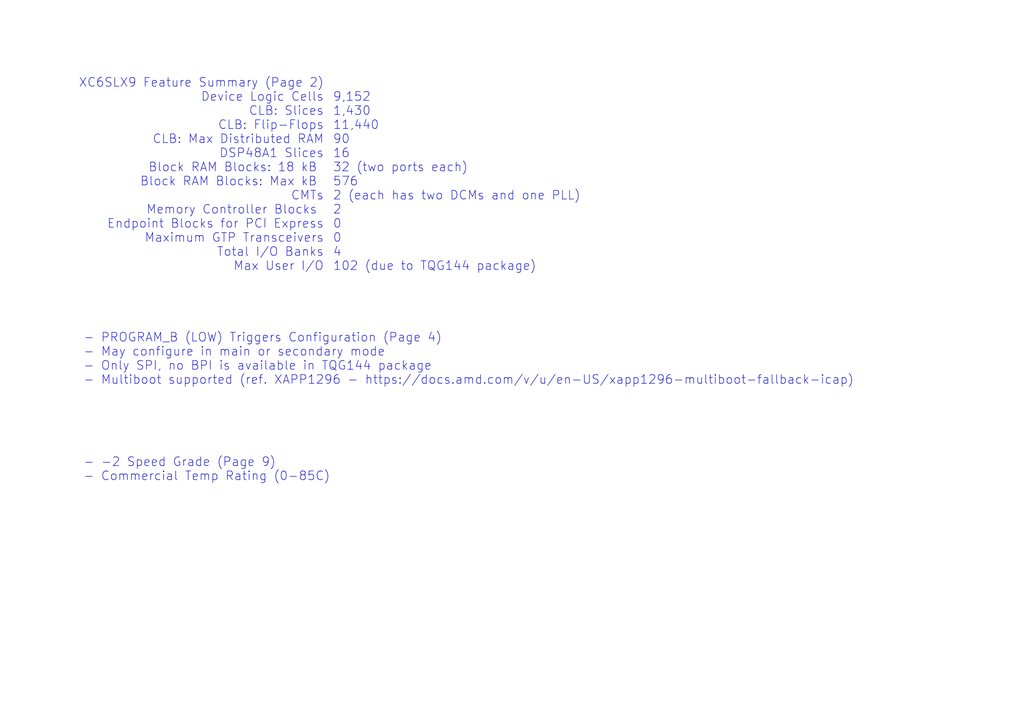
<source format=kicad_sch>
(kicad_sch (version 20230121) (generator eeschema)
  (paper "A4")
  (lib_symbols)
  (text "XC6SLX9 Feature Summary (Page 2)\nDevice Logic Cells\nCLB: Slices\nCLB: Flip-Flops\nCLB: Max Distributed RAM\nDSP48A1 Slices\nBlock RAM Blocks: 18 kB \nBlock RAM Blocks: Max kB \nCMTs\nMemory Controller Blocks \nEndpoint Blocks for PCI Express\nMaximum GTP Transceivers\nTotal I/O Banks\nMax User I/O\n" (at 93.98 78.74 0) (effects (font (size 2.54 2.54)) (justify right bottom)))
  (text "- -2 Speed Grade (Page 9)\n- Commercial Temp Rating (0-85C)" (at 24.13 139.7 0) (effects (font (size 2.54 2.54)) (justify left bottom)))
  (text "9,152\n1,430\n11,440\n90\n16\n32 (two ports each)\n576\n2 (each has two DCMs and one PLL)\n2\n0\n0\n4\n102 (due to TQG144 package)" (at 96.52 78.74 0) (effects (font (size 2.54 2.54)) (justify left bottom)))
  (text "- PROGRAM_B (LOW) Triggers Configuration (Page 4)\n- May configure in main or secondary mode\n- Only SPI, no BPI is available in TQG144 package\n- Multiboot supported (ref. XAPP1296 - https://docs.amd.com/v/u/en-US/xapp1296-multiboot-fallback-icap)" (at 24.13 111.76 0) (effects (font (size 2.54 2.54)) (justify left bottom)))
)
</source>
